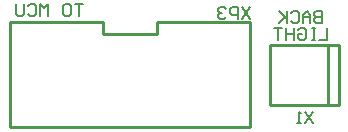
<source format=gbo>
G04 Layer_Color=32896*
%FSLAX24Y24*%
%MOIN*%
G70*
G01*
G75*
%ADD10C,0.0079*%
%ADD18C,0.0100*%
D10*
X46604Y37234D02*
X46342Y36841D01*
Y37234D02*
X46604Y36841D01*
X46211D02*
Y37234D01*
X46014D01*
X45948Y37169D01*
Y37037D01*
X46014Y36972D01*
X46211D01*
X45817Y37169D02*
X45752Y37234D01*
X45620D01*
X45555Y37169D01*
Y37103D01*
X45620Y37037D01*
X45686D01*
X45620D01*
X45555Y36972D01*
Y36906D01*
X45620Y36841D01*
X45752D01*
X45817Y36906D01*
X48701Y33750D02*
X48438Y33356D01*
Y33750D02*
X48701Y33356D01*
X48307D02*
X48176D01*
X48242D01*
Y33750D01*
X48307Y33684D01*
X49026Y37106D02*
Y36713D01*
X48829D01*
X48763Y36778D01*
Y36844D01*
X48829Y36909D01*
X49026D01*
X48829D01*
X48763Y36975D01*
Y37041D01*
X48829Y37106D01*
X49026D01*
X48632Y36713D02*
Y36975D01*
X48501Y37106D01*
X48370Y36975D01*
Y36713D01*
Y36909D01*
X48632D01*
X47976Y37041D02*
X48042Y37106D01*
X48173D01*
X48238Y37041D01*
Y36778D01*
X48173Y36713D01*
X48042D01*
X47976Y36778D01*
X47845Y37106D02*
Y36713D01*
Y36844D01*
X47582Y37106D01*
X47779Y36909D01*
X47582Y36713D01*
X49193Y36535D02*
Y36142D01*
X48931D01*
X48799Y36535D02*
X48668D01*
X48734D01*
Y36142D01*
X48799D01*
X48668D01*
X48209Y36470D02*
X48275Y36535D01*
X48406D01*
X48471Y36470D01*
Y36207D01*
X48406Y36142D01*
X48275D01*
X48209Y36207D01*
Y36339D01*
X48340D01*
X48078Y36535D02*
Y36142D01*
Y36339D01*
X47815D01*
Y36535D01*
Y36142D01*
X47684Y36535D02*
X47422D01*
X47553D01*
Y36142D01*
X41053Y37333D02*
X40791D01*
X40922D01*
Y36939D01*
X40463Y37333D02*
X40594D01*
X40660Y37267D01*
Y37005D01*
X40594Y36939D01*
X40463D01*
X40397Y37005D01*
Y37267D01*
X40463Y37333D01*
X39872Y36939D02*
Y37333D01*
X39741Y37201D01*
X39610Y37333D01*
Y36939D01*
X39216Y37267D02*
X39282Y37333D01*
X39413D01*
X39479Y37267D01*
Y37005D01*
X39413Y36939D01*
X39282D01*
X39216Y37005D01*
X39085Y37333D02*
Y37005D01*
X39020Y36939D01*
X38888D01*
X38823Y37005D01*
Y37333D01*
D18*
X38610Y33222D02*
X46610D01*
X43510Y36722D02*
X46610D01*
X38610D02*
X41710D01*
Y36322D02*
X43510D01*
X46610Y33222D02*
Y36722D01*
X38610Y33222D02*
Y36722D01*
X43510Y36322D02*
Y36722D01*
X41710Y36322D02*
Y36722D01*
X47289Y33965D02*
Y35972D01*
X49573Y33965D02*
Y35972D01*
X49203Y33996D02*
Y35965D01*
X47289Y35972D02*
X49573D01*
X47289Y33965D02*
X49573D01*
M02*

</source>
